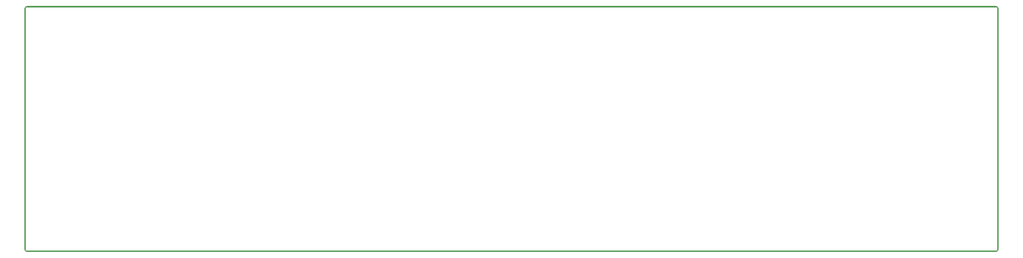
<source format=gtl>
G04 #@! TF.GenerationSoftware,KiCad,Pcbnew,7.0.10-1.fc39*
G04 #@! TF.CreationDate,2024-01-09T17:35:31-05:00*
G04 #@! TF.ProjectId,SYSMATT-WS2812-MATRIX-CARRIER-32X8-DIFFUSER,5359534d-4154-4542-9d57-53323831322d,rev?*
G04 #@! TF.SameCoordinates,Original*
G04 #@! TF.FileFunction,Copper,L1,Top*
G04 #@! TF.FilePolarity,Positive*
%FSLAX46Y46*%
G04 Gerber Fmt 4.6, Leading zero omitted, Abs format (unit mm)*
G04 Created by KiCad (PCBNEW 7.0.10-1.fc39) date 2024-01-09 17:35:31*
%MOMM*%
%LPD*%
G01*
G04 APERTURE LIST*
G04 APERTURE END LIST*
G04 #@! TA.AperFunction,Conductor*
G36*
X330005392Y89999028D02*
G01*
X330009760Y89998646D01*
X330044776Y89995581D01*
X330046116Y89995456D01*
X330171760Y89983082D01*
X330191700Y89979454D01*
X330256382Y89962123D01*
X330260285Y89961008D01*
X330351562Y89933319D01*
X330367971Y89927041D01*
X330433835Y89896328D01*
X330439884Y89893304D01*
X330519046Y89850990D01*
X330531715Y89843207D01*
X330592889Y89800373D01*
X330600428Y89794653D01*
X330617973Y89780255D01*
X330657309Y89722511D01*
X330658921Y89662387D01*
X330697247Y89667898D01*
X330760803Y89638873D01*
X330775455Y89623822D01*
X330794653Y89600428D01*
X330800373Y89592889D01*
X330843207Y89531715D01*
X330850990Y89519046D01*
X330893304Y89439884D01*
X330896328Y89433835D01*
X330927041Y89367971D01*
X330933319Y89351562D01*
X330961008Y89260285D01*
X330962123Y89256382D01*
X330979454Y89191700D01*
X330983082Y89171760D01*
X330995456Y89046116D01*
X330995581Y89044776D01*
X330999028Y89005396D01*
X330999500Y88994583D01*
X330999500Y10005416D01*
X330999028Y9994604D01*
X330995581Y9955223D01*
X330995456Y9953882D01*
X330983082Y9828238D01*
X330979454Y9808298D01*
X330962123Y9743616D01*
X330961008Y9739713D01*
X330933319Y9648436D01*
X330927041Y9632027D01*
X330896328Y9566163D01*
X330893304Y9560114D01*
X330850990Y9480952D01*
X330843207Y9468283D01*
X330800373Y9407109D01*
X330794653Y9399570D01*
X330775455Y9376176D01*
X330717710Y9336840D01*
X330669179Y9335538D01*
X330673261Y9307153D01*
X330644236Y9243597D01*
X330629187Y9228946D01*
X330600430Y9205346D01*
X330592889Y9199625D01*
X330531715Y9156791D01*
X330519046Y9149008D01*
X330482639Y9129548D01*
X330439867Y9106685D01*
X330433867Y9103686D01*
X330367959Y9072952D01*
X330351570Y9066682D01*
X330260203Y9038966D01*
X330256467Y9037899D01*
X330191685Y9020541D01*
X330171776Y9016918D01*
X330045961Y9004526D01*
X330044880Y9004426D01*
X330017433Y9002025D01*
X330005392Y9000972D01*
X329994587Y9000500D01*
X11005412Y9000500D01*
X10994605Y9000972D01*
X10955204Y9004419D01*
X10953927Y9004537D01*
X10828221Y9016918D01*
X10808318Y9020540D01*
X10743498Y9037908D01*
X10739828Y9038956D01*
X10648419Y9066685D01*
X10632049Y9072948D01*
X10566102Y9103700D01*
X10560161Y9106670D01*
X10480944Y9149012D01*
X10468289Y9156786D01*
X10407089Y9199639D01*
X10399580Y9205337D01*
X10370809Y9228948D01*
X10331476Y9286694D01*
X10329973Y9342824D01*
X10297753Y9338192D01*
X10234197Y9367217D01*
X10219554Y9382256D01*
X10205327Y9399592D01*
X10199639Y9407089D01*
X10156786Y9468289D01*
X10149012Y9480944D01*
X10106670Y9560161D01*
X10103700Y9566102D01*
X10072948Y9632049D01*
X10066685Y9648419D01*
X10038956Y9739828D01*
X10037908Y9743498D01*
X10020540Y9808318D01*
X10016918Y9828221D01*
X10004537Y9953927D01*
X10004419Y9955204D01*
X10000971Y9994605D01*
X10000500Y10005412D01*
X10000500Y88994586D01*
X10000972Y89005391D01*
X10002256Y89020081D01*
X10004426Y89044880D01*
X10004526Y89045961D01*
X10016918Y89171776D01*
X10020541Y89191685D01*
X10037899Y89256467D01*
X10038966Y89260203D01*
X10066682Y89351570D01*
X10072952Y89367959D01*
X10103686Y89433867D01*
X10106685Y89439867D01*
X10149008Y89519046D01*
X10156791Y89531715D01*
X10182462Y89568378D01*
X10433517Y89568378D01*
X10437622Y89559992D01*
X10439400Y89539068D01*
X10439400Y9460930D01*
X10435489Y9447611D01*
X10449476Y9448800D01*
X330550523Y9448800D01*
X330556256Y9447116D01*
X330555600Y9454838D01*
X330555600Y89545160D01*
X330560657Y89562382D01*
X330560241Y89562179D01*
X330539311Y89560400D01*
X10460688Y89560400D01*
X10433517Y89568378D01*
X10182462Y89568378D01*
X10199625Y89592889D01*
X10205348Y89600433D01*
X10219548Y89617735D01*
X10277295Y89657068D01*
X10344160Y89658857D01*
X10337950Y89702047D01*
X10366975Y89765603D01*
X10382023Y89780253D01*
X10399567Y89794651D01*
X10407109Y89800373D01*
X10468283Y89843207D01*
X10480952Y89850990D01*
X10560114Y89893304D01*
X10566163Y89896328D01*
X10632027Y89927041D01*
X10648436Y89933319D01*
X10739713Y89961008D01*
X10743616Y89962123D01*
X10808298Y89979454D01*
X10828238Y89983082D01*
X10953882Y89995456D01*
X10955223Y89995581D01*
X10992001Y89998800D01*
X10994606Y89999028D01*
X11005416Y89999500D01*
X329994584Y89999500D01*
X330005392Y89999028D01*
G37*
G04 #@! TD.AperFunction*
M02*

</source>
